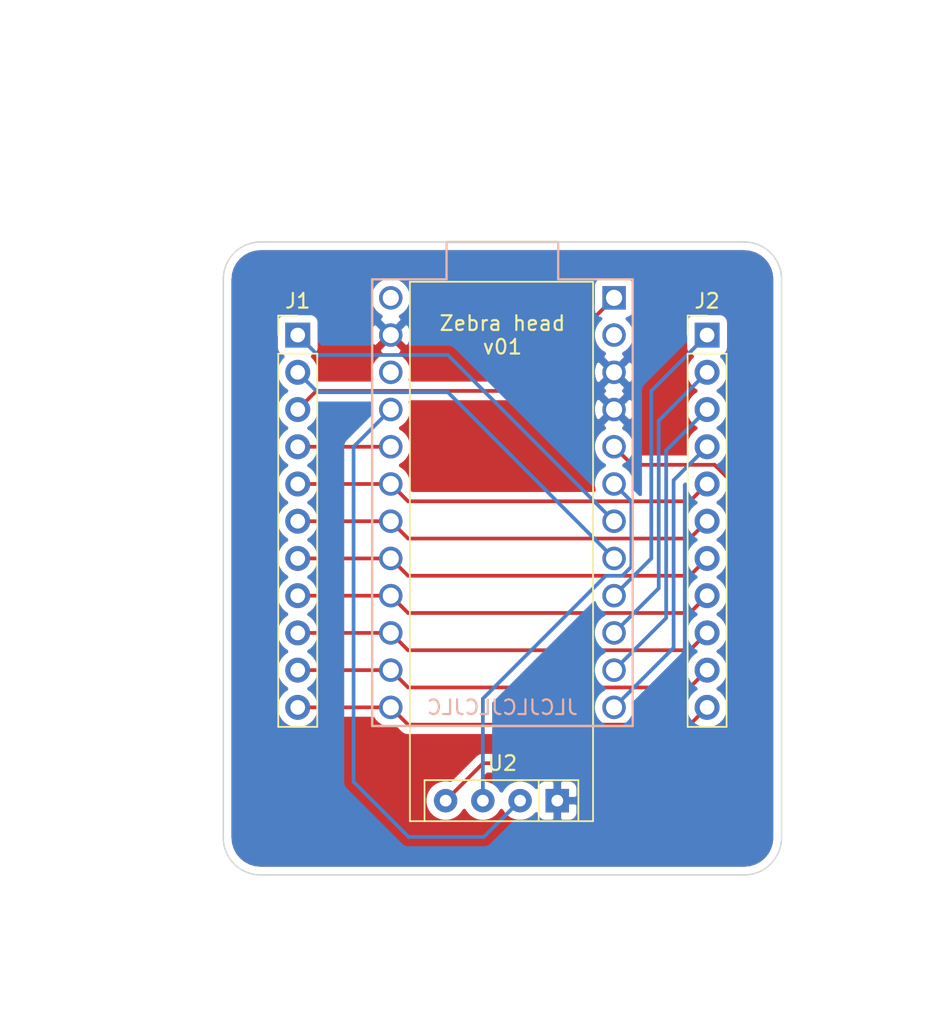
<source format=kicad_pcb>
(kicad_pcb (version 20171130) (host pcbnew "(5.1.8)-1")

  (general
    (thickness 1.6)
    (drawings 10)
    (tracks 70)
    (zones 0)
    (modules 4)
    (nets 23)
  )

  (page A4)
  (layers
    (0 F.Cu signal)
    (31 B.Cu signal)
    (32 B.Adhes user)
    (33 F.Adhes user)
    (34 B.Paste user)
    (35 F.Paste user)
    (36 B.SilkS user)
    (37 F.SilkS user)
    (38 B.Mask user)
    (39 F.Mask user)
    (40 Dwgs.User user)
    (41 Cmts.User user)
    (42 Eco1.User user)
    (43 Eco2.User user)
    (44 Edge.Cuts user)
    (45 Margin user)
    (46 B.CrtYd user)
    (47 F.CrtYd user)
    (48 B.Fab user)
    (49 F.Fab user)
  )

  (setup
    (last_trace_width 0.254)
    (user_trace_width 0.254)
    (user_trace_width 0.381)
    (trace_clearance 0.254)
    (zone_clearance 0.508)
    (zone_45_only no)
    (trace_min 0.254)
    (via_size 0.8)
    (via_drill 0.4)
    (via_min_size 0.4)
    (via_min_drill 0.3)
    (uvia_size 0.3)
    (uvia_drill 0.1)
    (uvias_allowed no)
    (uvia_min_size 0.2)
    (uvia_min_drill 0.1)
    (edge_width 0.1)
    (segment_width 0.2)
    (pcb_text_width 0.3)
    (pcb_text_size 1.5 1.5)
    (mod_edge_width 0.15)
    (mod_text_size 1 1)
    (mod_text_width 0.15)
    (pad_size 1.524 1.524)
    (pad_drill 0.762)
    (pad_to_mask_clearance 0)
    (aux_axis_origin 0 0)
    (visible_elements 7FFFFFFF)
    (pcbplotparams
      (layerselection 0x010fc_ffffffff)
      (usegerberextensions false)
      (usegerberattributes true)
      (usegerberadvancedattributes true)
      (creategerberjobfile true)
      (excludeedgelayer true)
      (linewidth 0.100000)
      (plotframeref false)
      (viasonmask false)
      (mode 1)
      (useauxorigin false)
      (hpglpennumber 1)
      (hpglpenspeed 20)
      (hpglpendiameter 15.000000)
      (psnegative false)
      (psa4output false)
      (plotreference true)
      (plotvalue false)
      (plotinvisibletext false)
      (padsonsilk false)
      (subtractmaskfromsilk false)
      (outputformat 1)
      (mirror false)
      (drillshape 0)
      (scaleselection 1)
      (outputdirectory "../Gerber/"))
  )

  (net 0 "")
  (net 1 "Net-(J1-Pad11)")
  (net 2 "Net-(J1-Pad10)")
  (net 3 "Net-(J1-Pad9)")
  (net 4 "Net-(J1-Pad8)")
  (net 5 "Net-(J1-Pad7)")
  (net 6 "Net-(J1-Pad6)")
  (net 7 "Net-(J1-Pad5)")
  (net 8 "Net-(J1-Pad4)")
  (net 9 "Net-(J1-Pad3)")
  (net 10 "Net-(J1-Pad2)")
  (net 11 "Net-(J1-Pad1)")
  (net 12 "Net-(J2-Pad4)")
  (net 13 "Net-(J2-Pad3)")
  (net 14 "Net-(J2-Pad2)")
  (net 15 "Net-(J2-Pad1)")
  (net 16 "Net-(U1-Pad2)")
  (net 17 GND)
  (net 18 "Net-(U1-Pad5)")
  (net 19 "Net-(U1-Pad6)")
  (net 20 VCC)
  (net 21 "Net-(U1-Pad22)")
  (net 22 "Net-(U1-Pad24)")

  (net_class Default "This is the default net class."
    (clearance 0.254)
    (trace_width 0.254)
    (via_dia 0.8)
    (via_drill 0.4)
    (uvia_dia 0.3)
    (uvia_drill 0.1)
    (diff_pair_width 0.254)
    (diff_pair_gap 0.254)
    (add_net GND)
    (add_net "Net-(J1-Pad1)")
    (add_net "Net-(J1-Pad10)")
    (add_net "Net-(J1-Pad11)")
    (add_net "Net-(J1-Pad2)")
    (add_net "Net-(J1-Pad3)")
    (add_net "Net-(J1-Pad4)")
    (add_net "Net-(J1-Pad5)")
    (add_net "Net-(J1-Pad6)")
    (add_net "Net-(J1-Pad7)")
    (add_net "Net-(J1-Pad8)")
    (add_net "Net-(J1-Pad9)")
    (add_net "Net-(J2-Pad1)")
    (add_net "Net-(J2-Pad2)")
    (add_net "Net-(J2-Pad3)")
    (add_net "Net-(J2-Pad4)")
    (add_net "Net-(U1-Pad2)")
    (add_net "Net-(U1-Pad22)")
    (add_net "Net-(U1-Pad24)")
    (add_net "Net-(U1-Pad5)")
    (add_net "Net-(U1-Pad6)")
    (add_net VCC)
  )

  (module promicro:ProMicro-DualFootprint (layer B.Cu) (tedit 5F9E2605) (tstamp 5FCC5287)
    (at 93.98 106.68 270)
    (descr "Pro Micro footprint")
    (tags "promicro ProMicro")
    (path /5FCC9219)
    (fp_text reference U1 (at 0 10.16 270) (layer B.SilkS) hide
      (effects (font (size 1 1) (thickness 0.15)) (justify mirror))
    )
    (fp_text value ProMicro (at 0 -10.16 270) (layer B.Fab)
      (effects (font (size 1 1) (thickness 0.15)) (justify mirror))
    )
    (fp_line (start 15.24 8.89) (end 15.24 -8.89) (layer B.SilkS) (width 0.15))
    (fp_line (start -15.24 8.89) (end 15.24 8.89) (layer B.SilkS) (width 0.15))
    (fp_line (start -15.24 3.81) (end -15.24 8.89) (layer B.SilkS) (width 0.15))
    (fp_line (start -17.78 3.81) (end -15.24 3.81) (layer B.SilkS) (width 0.15))
    (fp_line (start -17.78 -3.81) (end -17.78 3.81) (layer B.SilkS) (width 0.15))
    (fp_line (start -15.24 -3.81) (end -17.78 -3.81) (layer B.SilkS) (width 0.15))
    (fp_line (start -15.24 -8.89) (end -15.24 -3.81) (layer B.SilkS) (width 0.15))
    (fp_line (start -15.24 -8.89) (end 15.24 -8.89) (layer B.SilkS) (width 0.15))
    (fp_line (start 15.24 -8.89) (end 15.24 8.89) (layer F.SilkS) (width 0.15))
    (fp_line (start -15.24 -8.89) (end 15.24 -8.89) (layer F.SilkS) (width 0.15))
    (fp_line (start -15.24 -3.81) (end -15.24 -8.89) (layer F.SilkS) (width 0.15))
    (fp_line (start -17.78 -3.81) (end -15.24 -3.81) (layer F.SilkS) (width 0.15))
    (fp_line (start -17.78 3.81) (end -17.78 -3.81) (layer F.SilkS) (width 0.15))
    (fp_line (start -15.24 3.81) (end -17.78 3.81) (layer F.SilkS) (width 0.15))
    (fp_line (start -15.24 8.89) (end -15.24 3.81) (layer F.SilkS) (width 0.15))
    (fp_line (start -15.24 8.89) (end 15.24 8.89) (layer F.SilkS) (width 0.15))
    (pad 1 thru_hole rect (at -13.97 -7.62 270) (size 1.6 1.6) (drill 1.1) (layers *.Cu F.Mask)
      (net 9 "Net-(J1-Pad3)"))
    (pad 2 thru_hole circle (at -11.43 -7.62 270) (size 1.6 1.6) (drill 1.1) (layers *.Cu F.Mask)
      (net 16 "Net-(U1-Pad2)"))
    (pad 3 thru_hole circle (at -8.89 -7.62 270) (size 1.6 1.6) (drill 1.1) (layers *.Cu F.Mask)
      (net 17 GND))
    (pad 4 thru_hole circle (at -6.35 -7.62 270) (size 1.6 1.6) (drill 1.1) (layers *.Cu F.Mask)
      (net 17 GND))
    (pad 5 thru_hole circle (at -3.81 -7.62 270) (size 1.6 1.6) (drill 1.1) (layers *.Cu F.Mask)
      (net 18 "Net-(U1-Pad5)"))
    (pad 6 thru_hole circle (at -1.27 -7.62 270) (size 1.6 1.6) (drill 1.1) (layers *.Cu F.Mask)
      (net 19 "Net-(U1-Pad6)"))
    (pad 7 thru_hole circle (at 1.27 -7.62 270) (size 1.6 1.6) (drill 1.1) (layers *.Cu F.Mask)
      (net 11 "Net-(J1-Pad1)"))
    (pad 8 thru_hole circle (at 3.81 -7.62 270) (size 1.6 1.6) (drill 1.1) (layers *.Cu F.Mask)
      (net 10 "Net-(J1-Pad2)"))
    (pad 9 thru_hole circle (at 6.35 -7.62 270) (size 1.6 1.6) (drill 1.1) (layers *.Cu F.Mask)
      (net 15 "Net-(J2-Pad1)"))
    (pad 10 thru_hole circle (at 8.89 -7.62 270) (size 1.6 1.6) (drill 1.1) (layers *.Cu F.Mask)
      (net 14 "Net-(J2-Pad2)"))
    (pad 11 thru_hole circle (at 11.43 -7.62 270) (size 1.6 1.6) (drill 1.1) (layers *.Cu F.Mask)
      (net 13 "Net-(J2-Pad3)"))
    (pad 12 thru_hole circle (at 13.97 -7.62 270) (size 1.6 1.6) (drill 1.1) (layers *.Cu F.Mask)
      (net 12 "Net-(J2-Pad4)"))
    (pad 13 thru_hole circle (at 13.97 7.62 270) (size 1.6 1.6) (drill 1.1) (layers *.Cu F.Mask)
      (net 1 "Net-(J1-Pad11)"))
    (pad 14 thru_hole circle (at 11.43 7.62 270) (size 1.6 1.6) (drill 1.1) (layers *.Cu F.Mask)
      (net 2 "Net-(J1-Pad10)"))
    (pad 15 thru_hole circle (at 8.89 7.62 270) (size 1.6 1.6) (drill 1.1) (layers *.Cu F.Mask)
      (net 3 "Net-(J1-Pad9)"))
    (pad 16 thru_hole circle (at 6.35 7.62 270) (size 1.6 1.6) (drill 1.1) (layers *.Cu F.Mask)
      (net 4 "Net-(J1-Pad8)"))
    (pad 17 thru_hole circle (at 3.81 7.62 270) (size 1.6 1.6) (drill 1.1) (layers *.Cu F.Mask)
      (net 5 "Net-(J1-Pad7)"))
    (pad 18 thru_hole circle (at 1.27 7.62 270) (size 1.6 1.6) (drill 1.1) (layers *.Cu F.Mask)
      (net 6 "Net-(J1-Pad6)"))
    (pad 19 thru_hole circle (at -1.27 7.62 270) (size 1.6 1.6) (drill 1.1) (layers *.Cu F.Mask)
      (net 7 "Net-(J1-Pad5)"))
    (pad 20 thru_hole circle (at -3.81 7.62 270) (size 1.6 1.6) (drill 1.1) (layers *.Cu F.Mask)
      (net 8 "Net-(J1-Pad4)"))
    (pad 21 thru_hole circle (at -6.35 7.62 270) (size 1.6 1.6) (drill 1.1) (layers *.Cu F.Mask)
      (net 20 VCC))
    (pad 22 thru_hole circle (at -8.89 7.62 270) (size 1.6 1.6) (drill 1.1) (layers *.Cu F.Mask)
      (net 21 "Net-(U1-Pad22)"))
    (pad 23 thru_hole circle (at -11.43 7.62 270) (size 1.6 1.6) (drill 1.1) (layers *.Cu F.Mask)
      (net 17 GND))
    (pad 24 thru_hole circle (at -13.97 7.62 270) (size 1.6 1.6) (drill 1.1) (layers *.Cu F.Mask)
      (net 22 "Net-(U1-Pad24)"))
  )

  (module ssd1306:SSD1306 (layer F.Cu) (tedit 5FA4D426) (tstamp 5FA7929A)
    (at 93.726 112.014 90)
    (descr "OLED display")
    (tags U)
    (path /5FA7FAD8)
    (fp_text reference U2 (at -12.446 0.254) (layer F.SilkS)
      (effects (font (size 1 1) (thickness 0.15)))
    )
    (fp_text value ssd1306 (at -12.6 -1.08) (layer F.Fab)
      (effects (font (size 1 1) (thickness 0.15)))
    )
    (fp_line (start -13.6 5.44) (end -16.4 5.44) (layer F.SilkS) (width 0.12))
    (fp_line (start -16.4 -5.06) (end -13.6 -5.06) (layer F.SilkS) (width 0.12))
    (fp_line (start 20.4 6.44) (end 20.4 -6.06) (layer F.SilkS) (width 0.12))
    (fp_line (start -16.25 5.29) (end -13.75 5.29) (layer F.Fab) (width 0.1))
    (fp_line (start -13.75 5.29) (end -13.75 -4.91) (layer F.Fab) (width 0.1))
    (fp_line (start -13.75 -4.91) (end -16.25 -4.91) (layer F.Fab) (width 0.1))
    (fp_line (start -16.25 -4.91) (end -16.25 5.29) (layer F.Fab) (width 0.1))
    (fp_line (start -16.25 2.73) (end -13.75 2.73) (layer F.Fab) (width 0.1))
    (fp_line (start -16.4 6.44) (end 20.4 6.44) (layer F.SilkS) (width 0.12))
    (fp_line (start -13.6 5.44) (end -13.6 -5.06) (layer F.SilkS) (width 0.12))
    (fp_line (start 20.4 -6.06) (end -16.4 -6.06) (layer F.SilkS) (width 0.12))
    (fp_line (start -16.4 -6.06) (end -16.4 6.44) (layer F.SilkS) (width 0.12))
    (fp_line (start -16.4 2.73) (end -13.6 2.73) (layer F.SilkS) (width 0.12))
    (fp_line (start -16.65 6.7) (end 20.65 6.7) (layer F.CrtYd) (width 0.05))
    (fp_line (start 20.65 6.7) (end 20.65 -6.35) (layer F.CrtYd) (width 0.05))
    (fp_line (start 20.65 -6.35) (end -16.65 -6.35) (layer F.CrtYd) (width 0.05))
    (fp_line (start -16.65 -6.35) (end -16.65 6.7) (layer F.CrtYd) (width 0.05))
    (fp_text user %R (at -15 0.19) (layer F.Fab)
      (effects (font (size 1 1) (thickness 0.15)))
    )
    (pad 1 thru_hole rect (at -15 4 180) (size 1.6 1.6) (drill 0.8) (layers *.Cu *.Mask)
      (net 17 GND))
    (pad 2 thru_hole oval (at -15 1.46 180) (size 1.6 1.6) (drill 0.8) (layers *.Cu *.Mask)
      (net 20 VCC))
    (pad 3 thru_hole oval (at -15 -1.08 180) (size 1.6 1.6) (drill 0.8) (layers *.Cu *.Mask)
      (net 19 "Net-(U1-Pad6)"))
    (pad 4 thru_hole oval (at -15 -3.62 180) (size 1.6 1.6) (drill 0.8) (layers *.Cu *.Mask)
      (net 18 "Net-(U1-Pad5)"))
    (model ${KISYS3DMOD}/Resistor_THT.3dshapes/R_Array_SIP4.wrl
      (at (xyz 0 0 0))
      (scale (xyz 1 1 1))
      (rotate (xyz 0 0 0))
    )
  )

  (module Connector_PinHeader_2.54mm:PinHeader_1x11_P2.54mm_Vertical (layer F.Cu) (tedit 59FED5CC) (tstamp 5FA79254)
    (at 107.95 95.25)
    (descr "Through hole straight pin header, 1x11, 2.54mm pitch, single row")
    (tags "Through hole pin header THT 1x11 2.54mm single row")
    (path /5FA81425)
    (fp_text reference J2 (at 0 -2.33) (layer F.SilkS)
      (effects (font (size 1 1) (thickness 0.15)))
    )
    (fp_text value Conn_01x11 (at 0 27.73) (layer F.Fab)
      (effects (font (size 1 1) (thickness 0.15)))
    )
    (fp_line (start 1.8 -1.8) (end -1.8 -1.8) (layer F.CrtYd) (width 0.05))
    (fp_line (start 1.8 27.2) (end 1.8 -1.8) (layer F.CrtYd) (width 0.05))
    (fp_line (start -1.8 27.2) (end 1.8 27.2) (layer F.CrtYd) (width 0.05))
    (fp_line (start -1.8 -1.8) (end -1.8 27.2) (layer F.CrtYd) (width 0.05))
    (fp_line (start -1.33 -1.33) (end 0 -1.33) (layer F.SilkS) (width 0.12))
    (fp_line (start -1.33 0) (end -1.33 -1.33) (layer F.SilkS) (width 0.12))
    (fp_line (start -1.33 1.27) (end 1.33 1.27) (layer F.SilkS) (width 0.12))
    (fp_line (start 1.33 1.27) (end 1.33 26.73) (layer F.SilkS) (width 0.12))
    (fp_line (start -1.33 1.27) (end -1.33 26.73) (layer F.SilkS) (width 0.12))
    (fp_line (start -1.33 26.73) (end 1.33 26.73) (layer F.SilkS) (width 0.12))
    (fp_line (start -1.27 -0.635) (end -0.635 -1.27) (layer F.Fab) (width 0.1))
    (fp_line (start -1.27 26.67) (end -1.27 -0.635) (layer F.Fab) (width 0.1))
    (fp_line (start 1.27 26.67) (end -1.27 26.67) (layer F.Fab) (width 0.1))
    (fp_line (start 1.27 -1.27) (end 1.27 26.67) (layer F.Fab) (width 0.1))
    (fp_line (start -0.635 -1.27) (end 1.27 -1.27) (layer F.Fab) (width 0.1))
    (fp_text user %R (at 0 12.7 90) (layer F.Fab)
      (effects (font (size 1 1) (thickness 0.15)))
    )
    (pad 11 thru_hole oval (at 0 25.4) (size 1.7 1.7) (drill 1) (layers *.Cu *.Mask)
      (net 1 "Net-(J1-Pad11)"))
    (pad 10 thru_hole oval (at 0 22.86) (size 1.7 1.7) (drill 1) (layers *.Cu *.Mask)
      (net 2 "Net-(J1-Pad10)"))
    (pad 9 thru_hole oval (at 0 20.32) (size 1.7 1.7) (drill 1) (layers *.Cu *.Mask)
      (net 3 "Net-(J1-Pad9)"))
    (pad 8 thru_hole oval (at 0 17.78) (size 1.7 1.7) (drill 1) (layers *.Cu *.Mask)
      (net 4 "Net-(J1-Pad8)"))
    (pad 7 thru_hole oval (at 0 15.24) (size 1.7 1.7) (drill 1) (layers *.Cu *.Mask)
      (net 5 "Net-(J1-Pad7)"))
    (pad 6 thru_hole oval (at 0 12.7) (size 1.7 1.7) (drill 1) (layers *.Cu *.Mask)
      (net 6 "Net-(J1-Pad6)"))
    (pad 5 thru_hole oval (at 0 10.16) (size 1.7 1.7) (drill 1) (layers *.Cu *.Mask)
      (net 7 "Net-(J1-Pad5)"))
    (pad 4 thru_hole oval (at 0 7.62) (size 1.7 1.7) (drill 1) (layers *.Cu *.Mask)
      (net 12 "Net-(J2-Pad4)"))
    (pad 3 thru_hole oval (at 0 5.08) (size 1.7 1.7) (drill 1) (layers *.Cu *.Mask)
      (net 13 "Net-(J2-Pad3)"))
    (pad 2 thru_hole oval (at 0 2.54) (size 1.7 1.7) (drill 1) (layers *.Cu *.Mask)
      (net 14 "Net-(J2-Pad2)"))
    (pad 1 thru_hole rect (at 0 0) (size 1.7 1.7) (drill 1) (layers *.Cu *.Mask)
      (net 15 "Net-(J2-Pad1)"))
    (model ${KISYS3DMOD}/Connector_PinHeader_2.54mm.3dshapes/PinHeader_1x11_P2.54mm_Vertical.wrl
      (at (xyz 0 0 0))
      (scale (xyz 1 1 1))
      (rotate (xyz 0 0 0))
    )
  )

  (module Connector_PinHeader_2.54mm:PinHeader_1x11_P2.54mm_Vertical (layer F.Cu) (tedit 59FED5CC) (tstamp 5FA79235)
    (at 80.01 95.25)
    (descr "Through hole straight pin header, 1x11, 2.54mm pitch, single row")
    (tags "Through hole pin header THT 1x11 2.54mm single row")
    (path /5FA80232)
    (fp_text reference J1 (at 0 -2.33) (layer F.SilkS)
      (effects (font (size 1 1) (thickness 0.15)))
    )
    (fp_text value Conn_01x11 (at 0 27.73) (layer F.Fab)
      (effects (font (size 1 1) (thickness 0.15)))
    )
    (fp_line (start 1.8 -1.8) (end -1.8 -1.8) (layer F.CrtYd) (width 0.05))
    (fp_line (start 1.8 27.2) (end 1.8 -1.8) (layer F.CrtYd) (width 0.05))
    (fp_line (start -1.8 27.2) (end 1.8 27.2) (layer F.CrtYd) (width 0.05))
    (fp_line (start -1.8 -1.8) (end -1.8 27.2) (layer F.CrtYd) (width 0.05))
    (fp_line (start -1.33 -1.33) (end 0 -1.33) (layer F.SilkS) (width 0.12))
    (fp_line (start -1.33 0) (end -1.33 -1.33) (layer F.SilkS) (width 0.12))
    (fp_line (start -1.33 1.27) (end 1.33 1.27) (layer F.SilkS) (width 0.12))
    (fp_line (start 1.33 1.27) (end 1.33 26.73) (layer F.SilkS) (width 0.12))
    (fp_line (start -1.33 1.27) (end -1.33 26.73) (layer F.SilkS) (width 0.12))
    (fp_line (start -1.33 26.73) (end 1.33 26.73) (layer F.SilkS) (width 0.12))
    (fp_line (start -1.27 -0.635) (end -0.635 -1.27) (layer F.Fab) (width 0.1))
    (fp_line (start -1.27 26.67) (end -1.27 -0.635) (layer F.Fab) (width 0.1))
    (fp_line (start 1.27 26.67) (end -1.27 26.67) (layer F.Fab) (width 0.1))
    (fp_line (start 1.27 -1.27) (end 1.27 26.67) (layer F.Fab) (width 0.1))
    (fp_line (start -0.635 -1.27) (end 1.27 -1.27) (layer F.Fab) (width 0.1))
    (fp_text user %R (at 0 12.7 90) (layer F.Fab)
      (effects (font (size 1 1) (thickness 0.15)))
    )
    (pad 11 thru_hole oval (at 0 25.4) (size 1.7 1.7) (drill 1) (layers *.Cu *.Mask)
      (net 1 "Net-(J1-Pad11)"))
    (pad 10 thru_hole oval (at 0 22.86) (size 1.7 1.7) (drill 1) (layers *.Cu *.Mask)
      (net 2 "Net-(J1-Pad10)"))
    (pad 9 thru_hole oval (at 0 20.32) (size 1.7 1.7) (drill 1) (layers *.Cu *.Mask)
      (net 3 "Net-(J1-Pad9)"))
    (pad 8 thru_hole oval (at 0 17.78) (size 1.7 1.7) (drill 1) (layers *.Cu *.Mask)
      (net 4 "Net-(J1-Pad8)"))
    (pad 7 thru_hole oval (at 0 15.24) (size 1.7 1.7) (drill 1) (layers *.Cu *.Mask)
      (net 5 "Net-(J1-Pad7)"))
    (pad 6 thru_hole oval (at 0 12.7) (size 1.7 1.7) (drill 1) (layers *.Cu *.Mask)
      (net 6 "Net-(J1-Pad6)"))
    (pad 5 thru_hole oval (at 0 10.16) (size 1.7 1.7) (drill 1) (layers *.Cu *.Mask)
      (net 7 "Net-(J1-Pad5)"))
    (pad 4 thru_hole oval (at 0 7.62) (size 1.7 1.7) (drill 1) (layers *.Cu *.Mask)
      (net 8 "Net-(J1-Pad4)"))
    (pad 3 thru_hole oval (at 0 5.08) (size 1.7 1.7) (drill 1) (layers *.Cu *.Mask)
      (net 9 "Net-(J1-Pad3)"))
    (pad 2 thru_hole oval (at 0 2.54) (size 1.7 1.7) (drill 1) (layers *.Cu *.Mask)
      (net 10 "Net-(J1-Pad2)"))
    (pad 1 thru_hole rect (at 0 0) (size 1.7 1.7) (drill 1) (layers *.Cu *.Mask)
      (net 11 "Net-(J1-Pad1)"))
    (model ${KISYS3DMOD}/Connector_PinHeader_2.54mm.3dshapes/PinHeader_1x11_P2.54mm_Vertical.wrl
      (at (xyz 0 0 0))
      (scale (xyz 1 1 1))
      (rotate (xyz 0 0 0))
    )
  )

  (gr_text JLCJLCJLCJLC (at 93.98 120.65) (layer B.SilkS)
    (effects (font (size 1 1) (thickness 0.15)) (justify mirror))
  )
  (gr_text "Zebra head\nv01" (at 93.98 95.25) (layer F.SilkS)
    (effects (font (size 1 1) (thickness 0.15)))
  )
  (gr_arc (start 77.47 129.54) (end 74.93 129.54) (angle -90) (layer Edge.Cuts) (width 0.1))
  (gr_arc (start 77.47 91.44) (end 77.47 88.9) (angle -90) (layer Edge.Cuts) (width 0.1))
  (gr_arc (start 110.49 91.44) (end 113.03 91.44) (angle -90) (layer Edge.Cuts) (width 0.1))
  (gr_arc (start 110.49 129.54) (end 110.49 132.08) (angle -90) (layer Edge.Cuts) (width 0.1))
  (gr_line (start 74.93 129.54) (end 74.93 91.44) (layer Edge.Cuts) (width 0.1))
  (gr_line (start 110.49 132.08) (end 77.47 132.08) (layer Edge.Cuts) (width 0.1))
  (gr_line (start 113.03 91.44) (end 113.03 129.54) (layer Edge.Cuts) (width 0.1))
  (gr_line (start 77.47 88.9) (end 110.49 88.9) (layer Edge.Cuts) (width 0.1))

  (segment (start 80.01 120.65) (end 86.36 120.65) (width 0.254) (layer F.Cu) (net 1))
  (segment (start 87.541001 121.831001) (end 106.768999 121.831001) (width 0.254) (layer F.Cu) (net 1))
  (segment (start 106.768999 121.831001) (end 107.95 120.65) (width 0.254) (layer F.Cu) (net 1))
  (segment (start 86.36 120.65) (end 87.541001 121.831001) (width 0.254) (layer F.Cu) (net 1))
  (segment (start 80.01 118.11) (end 86.36 118.11) (width 0.254) (layer F.Cu) (net 2))
  (segment (start 106.768999 119.291001) (end 107.95 118.11) (width 0.254) (layer F.Cu) (net 2))
  (segment (start 87.541001 119.291001) (end 106.768999 119.291001) (width 0.254) (layer F.Cu) (net 2))
  (segment (start 86.36 118.11) (end 87.541001 119.291001) (width 0.254) (layer F.Cu) (net 2))
  (segment (start 80.01 115.57) (end 86.36 115.57) (width 0.254) (layer F.Cu) (net 3))
  (segment (start 106.768999 116.751001) (end 107.95 115.57) (width 0.254) (layer F.Cu) (net 3))
  (segment (start 87.541001 116.751001) (end 106.768999 116.751001) (width 0.254) (layer F.Cu) (net 3))
  (segment (start 86.36 115.57) (end 87.541001 116.751001) (width 0.254) (layer F.Cu) (net 3))
  (segment (start 80.01 113.03) (end 86.36 113.03) (width 0.254) (layer F.Cu) (net 4))
  (segment (start 106.768999 114.211001) (end 107.95 113.03) (width 0.254) (layer F.Cu) (net 4))
  (segment (start 87.541001 114.211001) (end 106.768999 114.211001) (width 0.254) (layer F.Cu) (net 4))
  (segment (start 86.36 113.03) (end 87.541001 114.211001) (width 0.254) (layer F.Cu) (net 4))
  (segment (start 80.01 110.49) (end 86.36 110.49) (width 0.254) (layer F.Cu) (net 5))
  (segment (start 106.768999 111.671001) (end 107.95 110.49) (width 0.254) (layer F.Cu) (net 5))
  (segment (start 87.541001 111.671001) (end 106.768999 111.671001) (width 0.254) (layer F.Cu) (net 5))
  (segment (start 86.36 110.49) (end 87.541001 111.671001) (width 0.254) (layer F.Cu) (net 5))
  (segment (start 80.01 107.95) (end 86.36 107.95) (width 0.254) (layer F.Cu) (net 6))
  (segment (start 106.768999 109.131001) (end 107.95 107.95) (width 0.254) (layer F.Cu) (net 6))
  (segment (start 87.541001 109.131001) (end 106.768999 109.131001) (width 0.254) (layer F.Cu) (net 6))
  (segment (start 86.36 107.95) (end 87.541001 109.131001) (width 0.254) (layer F.Cu) (net 6))
  (segment (start 80.01 105.41) (end 86.36 105.41) (width 0.254) (layer F.Cu) (net 7))
  (segment (start 106.768999 106.591001) (end 107.95 105.41) (width 0.254) (layer F.Cu) (net 7))
  (segment (start 87.541001 106.591001) (end 106.768999 106.591001) (width 0.254) (layer F.Cu) (net 7))
  (segment (start 86.36 105.41) (end 87.541001 106.591001) (width 0.254) (layer F.Cu) (net 7))
  (segment (start 80.01 102.87) (end 86.36 102.87) (width 0.254) (layer F.Cu) (net 8))
  (segment (start 95.25 99.06) (end 101.6 92.71) (width 0.254) (layer F.Cu) (net 9))
  (segment (start 81.28 99.06) (end 95.25 99.06) (width 0.254) (layer F.Cu) (net 9))
  (segment (start 80.01 100.33) (end 81.28 99.06) (width 0.254) (layer F.Cu) (net 9))
  (segment (start 81.368999 99.148999) (end 80.01 97.79) (width 0.254) (layer B.Cu) (net 10))
  (segment (start 90.258999 99.148999) (end 81.368999 99.148999) (width 0.254) (layer B.Cu) (net 10))
  (segment (start 101.6 110.49) (end 90.258999 99.148999) (width 0.254) (layer B.Cu) (net 10))
  (segment (start 81.368999 96.608999) (end 80.01 95.25) (width 0.254) (layer B.Cu) (net 11))
  (segment (start 90.258999 96.608999) (end 81.368999 96.608999) (width 0.254) (layer B.Cu) (net 11))
  (segment (start 101.6 107.95) (end 90.258999 96.608999) (width 0.254) (layer B.Cu) (net 11))
  (segment (start 105.66403 105.15597) (end 107.95 102.87) (width 0.254) (layer B.Cu) (net 12))
  (segment (start 105.66403 116.58597) (end 105.66403 105.15597) (width 0.254) (layer B.Cu) (net 12))
  (segment (start 101.6 120.65) (end 105.66403 116.58597) (width 0.254) (layer B.Cu) (net 12))
  (segment (start 105.15602 114.55398) (end 105.15602 103.12398) (width 0.254) (layer B.Cu) (net 13))
  (segment (start 105.15602 103.12398) (end 107.95 100.33) (width 0.254) (layer B.Cu) (net 13))
  (segment (start 101.6 118.11) (end 105.15602 114.55398) (width 0.254) (layer B.Cu) (net 13))
  (segment (start 104.64801 101.09199) (end 107.95 97.79) (width 0.254) (layer B.Cu) (net 14))
  (segment (start 104.64801 112.52199) (end 104.64801 101.09199) (width 0.254) (layer B.Cu) (net 14))
  (segment (start 101.6 115.57) (end 104.64801 112.52199) (width 0.254) (layer B.Cu) (net 14))
  (segment (start 101.6 113.03) (end 104.14 110.49) (width 0.254) (layer B.Cu) (net 15))
  (segment (start 104.14 99.06) (end 107.95 95.25) (width 0.254) (layer B.Cu) (net 15))
  (segment (start 104.14 110.49) (end 104.14 99.06) (width 0.254) (layer B.Cu) (net 15))
  (segment (start 92.66 124.46) (end 90.106 127.014) (width 0.254) (layer F.Cu) (net 18))
  (segment (start 109.22 124.46) (end 92.66 124.46) (width 0.254) (layer F.Cu) (net 18))
  (segment (start 110.49 123.19) (end 109.22 124.46) (width 0.254) (layer F.Cu) (net 18))
  (segment (start 110.49 106.128118) (end 110.49 123.19) (width 0.254) (layer F.Cu) (net 18))
  (segment (start 108.462883 104.101001) (end 110.49 106.128118) (width 0.254) (layer F.Cu) (net 18))
  (segment (start 102.831001 104.101001) (end 108.462883 104.101001) (width 0.254) (layer F.Cu) (net 18))
  (segment (start 101.6 102.87) (end 102.831001 104.101001) (width 0.254) (layer F.Cu) (net 18))
  (segment (start 102.781001 106.591001) (end 101.6 105.41) (width 0.254) (layer B.Cu) (net 19))
  (segment (start 102.781001 111.056881) (end 102.781001 106.591001) (width 0.254) (layer B.Cu) (net 19))
  (segment (start 102.166881 111.671001) (end 102.781001 111.056881) (width 0.254) (layer B.Cu) (net 19))
  (segment (start 101.033119 111.671001) (end 102.166881 111.671001) (width 0.254) (layer B.Cu) (net 19))
  (segment (start 102.781001 106.591001) (end 102.87 106.68) (width 0.254) (layer B.Cu) (net 19))
  (segment (start 92.646 120.05812) (end 93.01706 119.68706) (width 0.254) (layer B.Cu) (net 19))
  (segment (start 92.646 127.014) (end 92.646 120.05812) (width 0.254) (layer B.Cu) (net 19))
  (segment (start 93.01706 119.68706) (end 101.033119 111.671001) (width 0.254) (layer B.Cu) (net 19))
  (segment (start 83.82 102.87) (end 86.36 100.33) (width 0.254) (layer B.Cu) (net 20))
  (segment (start 83.82 125.73) (end 83.82 102.87) (width 0.254) (layer B.Cu) (net 20))
  (segment (start 87.58 129.49) (end 83.82 125.73) (width 0.254) (layer B.Cu) (net 20))
  (segment (start 92.71 129.49) (end 87.58 129.49) (width 0.254) (layer B.Cu) (net 20))
  (segment (start 95.186 127.014) (end 92.71 129.49) (width 0.254) (layer B.Cu) (net 20))

  (zone (net 17) (net_name GND) (layer F.Cu) (tstamp 5FCC5862) (hatch edge 0.508)
    (connect_pads (clearance 0.508))
    (min_thickness 0.254)
    (fill yes (arc_segments 32) (thermal_gap 0.508) (thermal_bridge_width 0.508))
    (polygon
      (pts
        (xy 124.46 142.24) (xy 60.96 140.97) (xy 62.23 73.66) (xy 124.46 73.66)
      )
    )
    (filled_polygon
      (pts
        (xy 110.849668 89.623551) (xy 111.195634 89.728004) (xy 111.514724 89.897667) (xy 111.794781 90.126076) (xy 112.025141 90.404534)
        (xy 112.197027 90.72243) (xy 112.303893 91.067658) (xy 112.345 91.458753) (xy 112.345001 129.506485) (xy 112.306449 129.899667)
        (xy 112.201996 130.245635) (xy 112.032333 130.564724) (xy 111.803924 130.844781) (xy 111.525466 131.075141) (xy 111.20757 131.247027)
        (xy 110.86234 131.353894) (xy 110.471238 131.395) (xy 77.503505 131.395) (xy 77.110333 131.356449) (xy 76.764365 131.251996)
        (xy 76.445276 131.082333) (xy 76.165219 130.853924) (xy 75.934859 130.575466) (xy 75.762973 130.25757) (xy 75.656106 129.91234)
        (xy 75.615 129.521238) (xy 75.615 94.4) (xy 78.521928 94.4) (xy 78.521928 96.1) (xy 78.534188 96.224482)
        (xy 78.570498 96.34418) (xy 78.629463 96.454494) (xy 78.708815 96.551185) (xy 78.805506 96.630537) (xy 78.91582 96.689502)
        (xy 78.98838 96.711513) (xy 78.856525 96.843368) (xy 78.69401 97.086589) (xy 78.582068 97.356842) (xy 78.525 97.64374)
        (xy 78.525 97.93626) (xy 78.582068 98.223158) (xy 78.69401 98.493411) (xy 78.856525 98.736632) (xy 79.063368 98.943475)
        (xy 79.23776 99.06) (xy 79.063368 99.176525) (xy 78.856525 99.383368) (xy 78.69401 99.626589) (xy 78.582068 99.896842)
        (xy 78.525 100.18374) (xy 78.525 100.47626) (xy 78.582068 100.763158) (xy 78.69401 101.033411) (xy 78.856525 101.276632)
        (xy 79.063368 101.483475) (xy 79.23776 101.6) (xy 79.063368 101.716525) (xy 78.856525 101.923368) (xy 78.69401 102.166589)
        (xy 78.582068 102.436842) (xy 78.525 102.72374) (xy 78.525 103.01626) (xy 78.582068 103.303158) (xy 78.69401 103.573411)
        (xy 78.856525 103.816632) (xy 79.063368 104.023475) (xy 79.23776 104.14) (xy 79.063368 104.256525) (xy 78.856525 104.463368)
        (xy 78.69401 104.706589) (xy 78.582068 104.976842) (xy 78.525 105.26374) (xy 78.525 105.55626) (xy 78.582068 105.843158)
        (xy 78.69401 106.113411) (xy 78.856525 106.356632) (xy 79.063368 106.563475) (xy 79.23776 106.68) (xy 79.063368 106.796525)
        (xy 78.856525 107.003368) (xy 78.69401 107.246589) (xy 78.582068 107.516842) (xy 78.525 107.80374) (xy 78.525 108.09626)
        (xy 78.582068 108.383158) (xy 78.69401 108.653411) (xy 78.856525 108.896632) (xy 79.063368 109.103475) (xy 79.23776 109.22)
        (xy 79.063368 109.336525) (xy 78.856525 109.543368) (xy 78.69401 109.786589) (xy 78.582068 110.056842) (xy 78.525 110.34374)
        (xy 78.525 110.63626) (xy 78.582068 110.923158) (xy 78.69401 111.193411) (xy 78.856525 111.436632) (xy 79.063368 111.643475)
        (xy 79.23776 111.76) (xy 79.063368 111.876525) (xy 78.856525 112.083368) (xy 78.69401 112.326589) (xy 78.582068 112.596842)
        (xy 78.525 112.88374) (xy 78.525 113.17626) (xy 78.582068 113.463158) (xy 78.69401 113.733411) (xy 78.856525 113.976632)
        (xy 79.063368 114.183475) (xy 79.23776 114.3) (xy 79.063368 114.416525) (xy 78.856525 114.623368) (xy 78.69401 114.866589)
        (xy 78.582068 115.136842) (xy 78.525 115.42374) (xy 78.525 115.71626) (xy 78.582068 116.003158) (xy 78.69401 116.273411)
        (xy 78.856525 116.516632) (xy 79.063368 116.723475) (xy 79.23776 116.84) (xy 79.063368 116.956525) (xy 78.856525 117.163368)
        (xy 78.69401 117.406589) (xy 78.582068 117.676842) (xy 78.525 117.96374) (xy 78.525 118.25626) (xy 78.582068 118.543158)
        (xy 78.69401 118.813411) (xy 78.856525 119.056632) (xy 79.063368 119.263475) (xy 79.23776 119.38) (xy 79.063368 119.496525)
        (xy 78.856525 119.703368) (xy 78.69401 119.946589) (xy 78.582068 120.216842) (xy 78.525 120.50374) (xy 78.525 120.79626)
        (xy 78.582068 121.083158) (xy 78.69401 121.353411) (xy 78.856525 121.596632) (xy 79.063368 121.803475) (xy 79.306589 121.96599)
        (xy 79.576842 122.077932) (xy 79.86374 122.135) (xy 80.15626 122.135) (xy 80.443158 122.077932) (xy 80.713411 121.96599)
        (xy 80.956632 121.803475) (xy 81.163475 121.596632) (xy 81.286842 121.412) (xy 85.143293 121.412) (xy 85.245363 121.564759)
        (xy 85.445241 121.764637) (xy 85.680273 121.92168) (xy 85.941426 122.029853) (xy 86.218665 122.085) (xy 86.501335 122.085)
        (xy 86.681527 122.049157) (xy 86.975717 122.343347) (xy 86.999579 122.372423) (xy 87.062809 122.424314) (xy 87.115608 122.467646)
        (xy 87.186365 122.505466) (xy 87.247986 122.538403) (xy 87.391623 122.581975) (xy 87.503575 122.593001) (xy 87.503578 122.593001)
        (xy 87.541001 122.596687) (xy 87.578424 122.593001) (xy 106.731576 122.593001) (xy 106.768999 122.596687) (xy 106.806422 122.593001)
        (xy 106.806425 122.593001) (xy 106.918377 122.581975) (xy 107.062014 122.538403) (xy 107.194391 122.467646) (xy 107.310421 122.372423)
        (xy 107.334283 122.343347) (xy 107.585951 122.091679) (xy 107.80374 122.135) (xy 108.09626 122.135) (xy 108.383158 122.077932)
        (xy 108.653411 121.96599) (xy 108.896632 121.803475) (xy 109.103475 121.596632) (xy 109.26599 121.353411) (xy 109.377932 121.083158)
        (xy 109.435 120.79626) (xy 109.435 120.50374) (xy 109.377932 120.216842) (xy 109.26599 119.946589) (xy 109.103475 119.703368)
        (xy 108.896632 119.496525) (xy 108.72224 119.38) (xy 108.896632 119.263475) (xy 109.103475 119.056632) (xy 109.26599 118.813411)
        (xy 109.377932 118.543158) (xy 109.435 118.25626) (xy 109.435 117.96374) (xy 109.377932 117.676842) (xy 109.26599 117.406589)
        (xy 109.103475 117.163368) (xy 108.896632 116.956525) (xy 108.72224 116.84) (xy 108.896632 116.723475) (xy 109.103475 116.516632)
        (xy 109.26599 116.273411) (xy 109.377932 116.003158) (xy 109.435 115.71626) (xy 109.435 115.42374) (xy 109.377932 115.136842)
        (xy 109.26599 114.866589) (xy 109.103475 114.623368) (xy 108.896632 114.416525) (xy 108.72224 114.3) (xy 108.896632 114.183475)
        (xy 109.103475 113.976632) (xy 109.26599 113.733411) (xy 109.377932 113.463158) (xy 109.435 113.17626) (xy 109.435 112.88374)
        (xy 109.377932 112.596842) (xy 109.26599 112.326589) (xy 109.103475 112.083368) (xy 108.896632 111.876525) (xy 108.72224 111.76)
        (xy 108.896632 111.643475) (xy 109.103475 111.436632) (xy 109.26599 111.193411) (xy 109.377932 110.923158) (xy 109.435 110.63626)
        (xy 109.435 110.34374) (xy 109.377932 110.056842) (xy 109.26599 109.786589) (xy 109.103475 109.543368) (xy 108.896632 109.336525)
        (xy 108.72224 109.22) (xy 108.896632 109.103475) (xy 109.103475 108.896632) (xy 109.26599 108.653411) (xy 109.377932 108.383158)
        (xy 109.435 108.09626) (xy 109.435 107.80374) (xy 109.377932 107.516842) (xy 109.26599 107.246589) (xy 109.103475 107.003368)
        (xy 108.896632 106.796525) (xy 108.72224 106.68) (xy 108.896632 106.563475) (xy 109.103475 106.356632) (xy 109.26599 106.113411)
        (xy 109.304556 106.020304) (xy 109.728 106.443749) (xy 109.728001 122.874368) (xy 108.90437 123.698) (xy 92.697422 123.698)
        (xy 92.659999 123.694314) (xy 92.622576 123.698) (xy 92.622574 123.698) (xy 92.510622 123.709026) (xy 92.366985 123.752598)
        (xy 92.234608 123.823355) (xy 92.118578 123.918578) (xy 92.094721 123.947648) (xy 90.427527 125.614843) (xy 90.247335 125.579)
        (xy 89.964665 125.579) (xy 89.687426 125.634147) (xy 89.426273 125.74232) (xy 89.191241 125.899363) (xy 88.991363 126.099241)
        (xy 88.83432 126.334273) (xy 88.726147 126.595426) (xy 88.671 126.872665) (xy 88.671 127.155335) (xy 88.726147 127.432574)
        (xy 88.83432 127.693727) (xy 88.991363 127.928759) (xy 89.191241 128.128637) (xy 89.426273 128.28568) (xy 89.687426 128.393853)
        (xy 89.964665 128.449) (xy 90.247335 128.449) (xy 90.524574 128.393853) (xy 90.785727 128.28568) (xy 91.020759 128.128637)
        (xy 91.220637 127.928759) (xy 91.376 127.696241) (xy 91.531363 127.928759) (xy 91.731241 128.128637) (xy 91.966273 128.28568)
        (xy 92.227426 128.393853) (xy 92.504665 128.449) (xy 92.787335 128.449) (xy 93.064574 128.393853) (xy 93.325727 128.28568)
        (xy 93.560759 128.128637) (xy 93.760637 127.928759) (xy 93.916 127.696241) (xy 94.071363 127.928759) (xy 94.271241 128.128637)
        (xy 94.506273 128.28568) (xy 94.767426 128.393853) (xy 95.044665 128.449) (xy 95.327335 128.449) (xy 95.604574 128.393853)
        (xy 95.865727 128.28568) (xy 96.100759 128.128637) (xy 96.299357 127.930039) (xy 96.300188 127.938482) (xy 96.336498 128.05818)
        (xy 96.395463 128.168494) (xy 96.474815 128.265185) (xy 96.571506 128.344537) (xy 96.68182 128.403502) (xy 96.801518 128.439812)
        (xy 96.926 128.452072) (xy 97.44025 128.449) (xy 97.599 128.29025) (xy 97.599 127.141) (xy 97.853 127.141)
        (xy 97.853 128.29025) (xy 98.01175 128.449) (xy 98.526 128.452072) (xy 98.650482 128.439812) (xy 98.77018 128.403502)
        (xy 98.880494 128.344537) (xy 98.977185 128.265185) (xy 99.056537 128.168494) (xy 99.115502 128.05818) (xy 99.151812 127.938482)
        (xy 99.164072 127.814) (xy 99.161 127.29975) (xy 99.00225 127.141) (xy 97.853 127.141) (xy 97.599 127.141)
        (xy 97.579 127.141) (xy 97.579 126.887) (xy 97.599 126.887) (xy 97.599 125.73775) (xy 97.853 125.73775)
        (xy 97.853 126.887) (xy 99.00225 126.887) (xy 99.161 126.72825) (xy 99.164072 126.214) (xy 99.151812 126.089518)
        (xy 99.115502 125.96982) (xy 99.056537 125.859506) (xy 98.977185 125.762815) (xy 98.880494 125.683463) (xy 98.77018 125.624498)
        (xy 98.650482 125.588188) (xy 98.526 125.575928) (xy 98.01175 125.579) (xy 97.853 125.73775) (xy 97.599 125.73775)
        (xy 97.44025 125.579) (xy 96.926 125.575928) (xy 96.801518 125.588188) (xy 96.68182 125.624498) (xy 96.571506 125.683463)
        (xy 96.474815 125.762815) (xy 96.395463 125.859506) (xy 96.336498 125.96982) (xy 96.300188 126.089518) (xy 96.299357 126.097961)
        (xy 96.100759 125.899363) (xy 95.865727 125.74232) (xy 95.604574 125.634147) (xy 95.327335 125.579) (xy 95.044665 125.579)
        (xy 94.767426 125.634147) (xy 94.506273 125.74232) (xy 94.271241 125.899363) (xy 94.071363 126.099241) (xy 93.916 126.331759)
        (xy 93.760637 126.099241) (xy 93.560759 125.899363) (xy 93.325727 125.74232) (xy 93.064574 125.634147) (xy 92.787335 125.579)
        (xy 92.618631 125.579) (xy 92.975631 125.222) (xy 109.182577 125.222) (xy 109.22 125.225686) (xy 109.257423 125.222)
        (xy 109.257426 125.222) (xy 109.369378 125.210974) (xy 109.513015 125.167402) (xy 109.645392 125.096645) (xy 109.761422 125.001422)
        (xy 109.785284 124.972346) (xy 111.002352 123.755279) (xy 111.031422 123.731422) (xy 111.126645 123.615392) (xy 111.197402 123.483015)
        (xy 111.240974 123.339378) (xy 111.252 123.227426) (xy 111.252 123.227424) (xy 111.255686 123.190001) (xy 111.252 123.152578)
        (xy 111.252 106.16554) (xy 111.255686 106.128117) (xy 111.250814 106.07865) (xy 111.240974 105.97874) (xy 111.197402 105.835103)
        (xy 111.126645 105.702726) (xy 111.031422 105.586696) (xy 111.002353 105.56284) (xy 109.164626 103.725114) (xy 109.26599 103.573411)
        (xy 109.377932 103.303158) (xy 109.435 103.01626) (xy 109.435 102.72374) (xy 109.377932 102.436842) (xy 109.26599 102.166589)
        (xy 109.103475 101.923368) (xy 108.896632 101.716525) (xy 108.72224 101.6) (xy 108.896632 101.483475) (xy 109.103475 101.276632)
        (xy 109.26599 101.033411) (xy 109.377932 100.763158) (xy 109.435 100.47626) (xy 109.435 100.18374) (xy 109.377932 99.896842)
        (xy 109.26599 99.626589) (xy 109.103475 99.383368) (xy 108.896632 99.176525) (xy 108.72224 99.06) (xy 108.896632 98.943475)
        (xy 109.103475 98.736632) (xy 109.26599 98.493411) (xy 109.377932 98.223158) (xy 109.435 97.93626) (xy 109.435 97.64374)
        (xy 109.377932 97.356842) (xy 109.26599 97.086589) (xy 109.103475 96.843368) (xy 108.97162 96.711513) (xy 109.04418 96.689502)
        (xy 109.154494 96.630537) (xy 109.251185 96.551185) (xy 109.330537 96.454494) (xy 109.389502 96.34418) (xy 109.425812 96.224482)
        (xy 109.438072 96.1) (xy 109.438072 94.4) (xy 109.425812 94.275518) (xy 109.389502 94.15582) (xy 109.330537 94.045506)
        (xy 109.251185 93.948815) (xy 109.154494 93.869463) (xy 109.04418 93.810498) (xy 108.924482 93.774188) (xy 108.8 93.761928)
        (xy 107.1 93.761928) (xy 106.975518 93.774188) (xy 106.85582 93.810498) (xy 106.745506 93.869463) (xy 106.648815 93.948815)
        (xy 106.569463 94.045506) (xy 106.510498 94.15582) (xy 106.474188 94.275518) (xy 106.461928 94.4) (xy 106.461928 96.1)
        (xy 106.474188 96.224482) (xy 106.510498 96.34418) (xy 106.569463 96.454494) (xy 106.648815 96.551185) (xy 106.745506 96.630537)
        (xy 106.85582 96.689502) (xy 106.92838 96.711513) (xy 106.796525 96.843368) (xy 106.63401 97.086589) (xy 106.522068 97.356842)
        (xy 106.465 97.64374) (xy 106.465 97.93626) (xy 106.522068 98.223158) (xy 106.63401 98.493411) (xy 106.796525 98.736632)
        (xy 107.003368 98.943475) (xy 107.17776 99.06) (xy 107.003368 99.176525) (xy 106.796525 99.383368) (xy 106.63401 99.626589)
        (xy 106.522068 99.896842) (xy 106.465 100.18374) (xy 106.465 100.47626) (xy 106.522068 100.763158) (xy 106.63401 101.033411)
        (xy 106.796525 101.276632) (xy 107.003368 101.483475) (xy 107.17776 101.6) (xy 107.003368 101.716525) (xy 106.796525 101.923368)
        (xy 106.63401 102.166589) (xy 106.522068 102.436842) (xy 106.465 102.72374) (xy 106.465 103.01626) (xy 106.522068 103.303158)
        (xy 106.536915 103.339001) (xy 103.146632 103.339001) (xy 102.999157 103.191527) (xy 103.035 103.011335) (xy 103.035 102.728665)
        (xy 102.979853 102.451426) (xy 102.87168 102.190273) (xy 102.714637 101.955241) (xy 102.514759 101.755363) (xy 102.280872 101.599085)
        (xy 102.341514 101.566671) (xy 102.413097 101.322702) (xy 101.6 100.509605) (xy 100.786903 101.322702) (xy 100.858486 101.566671)
        (xy 100.922992 101.597194) (xy 100.920273 101.59832) (xy 100.685241 101.755363) (xy 100.485363 101.955241) (xy 100.32832 102.190273)
        (xy 100.220147 102.451426) (xy 100.165 102.728665) (xy 100.165 103.011335) (xy 100.220147 103.288574) (xy 100.32832 103.549727)
        (xy 100.485363 103.784759) (xy 100.685241 103.984637) (xy 100.917759 104.14) (xy 100.685241 104.295363) (xy 100.485363 104.495241)
        (xy 100.32832 104.730273) (xy 100.220147 104.991426) (xy 100.165 105.268665) (xy 100.165 105.551335) (xy 100.220147 105.828574)
        (xy 100.220324 105.829001) (xy 87.856631 105.829001) (xy 87.759157 105.731527) (xy 87.795 105.551335) (xy 87.795 105.268665)
        (xy 87.739853 104.991426) (xy 87.63168 104.730273) (xy 87.474637 104.495241) (xy 87.274759 104.295363) (xy 87.042241 104.14)
        (xy 87.274759 103.984637) (xy 87.474637 103.784759) (xy 87.63168 103.549727) (xy 87.739853 103.288574) (xy 87.795 103.011335)
        (xy 87.795 102.728665) (xy 87.739853 102.451426) (xy 87.63168 102.190273) (xy 87.474637 101.955241) (xy 87.274759 101.755363)
        (xy 87.042241 101.6) (xy 87.274759 101.444637) (xy 87.474637 101.244759) (xy 87.63168 101.009727) (xy 87.739853 100.748574)
        (xy 87.795 100.471335) (xy 87.795 100.400512) (xy 100.159783 100.400512) (xy 100.201213 100.68013) (xy 100.296397 100.946292)
        (xy 100.363329 101.071514) (xy 100.607298 101.143097) (xy 101.420395 100.33) (xy 101.779605 100.33) (xy 102.592702 101.143097)
        (xy 102.836671 101.071514) (xy 102.957571 100.816004) (xy 103.0263 100.541816) (xy 103.040217 100.259488) (xy 102.998787 99.97987)
        (xy 102.903603 99.713708) (xy 102.836671 99.588486) (xy 102.592702 99.516903) (xy 101.779605 100.33) (xy 101.420395 100.33)
        (xy 100.607298 99.516903) (xy 100.363329 99.588486) (xy 100.242429 99.843996) (xy 100.1737 100.118184) (xy 100.159783 100.400512)
        (xy 87.795 100.400512) (xy 87.795 100.188665) (xy 87.739853 99.911426) (xy 87.702812 99.822) (xy 95.212577 99.822)
        (xy 95.25 99.825686) (xy 95.287423 99.822) (xy 95.287426 99.822) (xy 95.399378 99.810974) (xy 95.543015 99.767402)
        (xy 95.675392 99.696645) (xy 95.791422 99.601422) (xy 95.815284 99.572346) (xy 96.604928 98.782702) (xy 100.786903 98.782702)
        (xy 100.858486 99.026671) (xy 100.924636 99.057971) (xy 100.858486 99.093329) (xy 100.786903 99.337298) (xy 101.6 100.150395)
        (xy 102.413097 99.337298) (xy 102.341514 99.093329) (xy 102.275364 99.062029) (xy 102.341514 99.026671) (xy 102.413097 98.782702)
        (xy 101.6 97.969605) (xy 100.786903 98.782702) (xy 96.604928 98.782702) (xy 97.527118 97.860512) (xy 100.159783 97.860512)
        (xy 100.201213 98.14013) (xy 100.296397 98.406292) (xy 100.363329 98.531514) (xy 100.607298 98.603097) (xy 101.420395 97.79)
        (xy 101.779605 97.79) (xy 102.592702 98.603097) (xy 102.836671 98.531514) (xy 102.957571 98.276004) (xy 103.0263 98.001816)
        (xy 103.040217 97.719488) (xy 102.998787 97.43987) (xy 102.903603 97.173708) (xy 102.836671 97.048486) (xy 102.592702 96.976903)
        (xy 101.779605 97.79) (xy 101.420395 97.79) (xy 100.607298 96.976903) (xy 100.363329 97.048486) (xy 100.242429 97.303996)
        (xy 100.1737 97.578184) (xy 100.159783 97.860512) (xy 97.527118 97.860512) (xy 100.165 95.222631) (xy 100.165 95.391335)
        (xy 100.220147 95.668574) (xy 100.32832 95.929727) (xy 100.485363 96.164759) (xy 100.685241 96.364637) (xy 100.919128 96.520915)
        (xy 100.858486 96.553329) (xy 100.786903 96.797298) (xy 101.6 97.610395) (xy 102.413097 96.797298) (xy 102.341514 96.553329)
        (xy 102.277008 96.522806) (xy 102.279727 96.52168) (xy 102.514759 96.364637) (xy 102.714637 96.164759) (xy 102.87168 95.929727)
        (xy 102.979853 95.668574) (xy 103.035 95.391335) (xy 103.035 95.108665) (xy 102.979853 94.831426) (xy 102.87168 94.570273)
        (xy 102.714637 94.335241) (xy 102.516039 94.136643) (xy 102.524482 94.135812) (xy 102.64418 94.099502) (xy 102.754494 94.040537)
        (xy 102.851185 93.961185) (xy 102.930537 93.864494) (xy 102.989502 93.75418) (xy 103.025812 93.634482) (xy 103.038072 93.51)
        (xy 103.038072 91.91) (xy 103.025812 91.785518) (xy 102.989502 91.66582) (xy 102.930537 91.555506) (xy 102.851185 91.458815)
        (xy 102.754494 91.379463) (xy 102.64418 91.320498) (xy 102.524482 91.284188) (xy 102.4 91.271928) (xy 100.8 91.271928)
        (xy 100.675518 91.284188) (xy 100.55582 91.320498) (xy 100.445506 91.379463) (xy 100.348815 91.458815) (xy 100.269463 91.555506)
        (xy 100.210498 91.66582) (xy 100.174188 91.785518) (xy 100.161928 91.91) (xy 100.161928 93.070441) (xy 94.93437 98.298)
        (xy 87.702812 98.298) (xy 87.739853 98.208574) (xy 87.795 97.931335) (xy 87.795 97.648665) (xy 87.739853 97.371426)
        (xy 87.63168 97.110273) (xy 87.474637 96.875241) (xy 87.274759 96.675363) (xy 87.040872 96.519085) (xy 87.101514 96.486671)
        (xy 87.173097 96.242702) (xy 86.36 95.429605) (xy 85.546903 96.242702) (xy 85.618486 96.486671) (xy 85.682992 96.517194)
        (xy 85.680273 96.51832) (xy 85.445241 96.675363) (xy 85.245363 96.875241) (xy 85.08832 97.110273) (xy 84.980147 97.371426)
        (xy 84.925 97.648665) (xy 84.925 97.931335) (xy 84.980147 98.208574) (xy 85.017188 98.298) (xy 81.406932 98.298)
        (xy 81.437932 98.223158) (xy 81.495 97.93626) (xy 81.495 97.64374) (xy 81.437932 97.356842) (xy 81.32599 97.086589)
        (xy 81.163475 96.843368) (xy 81.03162 96.711513) (xy 81.10418 96.689502) (xy 81.214494 96.630537) (xy 81.311185 96.551185)
        (xy 81.390537 96.454494) (xy 81.449502 96.34418) (xy 81.485812 96.224482) (xy 81.498072 96.1) (xy 81.498072 95.320512)
        (xy 84.919783 95.320512) (xy 84.961213 95.60013) (xy 85.056397 95.866292) (xy 85.123329 95.991514) (xy 85.367298 96.063097)
        (xy 86.180395 95.25) (xy 86.539605 95.25) (xy 87.352702 96.063097) (xy 87.596671 95.991514) (xy 87.717571 95.736004)
        (xy 87.7863 95.461816) (xy 87.800217 95.179488) (xy 87.758787 94.89987) (xy 87.663603 94.633708) (xy 87.596671 94.508486)
        (xy 87.352702 94.436903) (xy 86.539605 95.25) (xy 86.180395 95.25) (xy 85.367298 94.436903) (xy 85.123329 94.508486)
        (xy 85.002429 94.763996) (xy 84.9337 95.038184) (xy 84.919783 95.320512) (xy 81.498072 95.320512) (xy 81.498072 94.4)
        (xy 81.485812 94.275518) (xy 81.449502 94.15582) (xy 81.390537 94.045506) (xy 81.311185 93.948815) (xy 81.214494 93.869463)
        (xy 81.10418 93.810498) (xy 80.984482 93.774188) (xy 80.86 93.761928) (xy 79.16 93.761928) (xy 79.035518 93.774188)
        (xy 78.91582 93.810498) (xy 78.805506 93.869463) (xy 78.708815 93.948815) (xy 78.629463 94.045506) (xy 78.570498 94.15582)
        (xy 78.534188 94.275518) (xy 78.521928 94.4) (xy 75.615 94.4) (xy 75.615 92.568665) (xy 84.925 92.568665)
        (xy 84.925 92.851335) (xy 84.980147 93.128574) (xy 85.08832 93.389727) (xy 85.245363 93.624759) (xy 85.445241 93.824637)
        (xy 85.679128 93.980915) (xy 85.618486 94.013329) (xy 85.546903 94.257298) (xy 86.36 95.070395) (xy 87.173097 94.257298)
        (xy 87.101514 94.013329) (xy 87.037008 93.982806) (xy 87.039727 93.98168) (xy 87.274759 93.824637) (xy 87.474637 93.624759)
        (xy 87.63168 93.389727) (xy 87.739853 93.128574) (xy 87.795 92.851335) (xy 87.795 92.568665) (xy 87.739853 92.291426)
        (xy 87.63168 92.030273) (xy 87.474637 91.795241) (xy 87.274759 91.595363) (xy 87.039727 91.43832) (xy 86.778574 91.330147)
        (xy 86.501335 91.275) (xy 86.218665 91.275) (xy 85.941426 91.330147) (xy 85.680273 91.43832) (xy 85.445241 91.595363)
        (xy 85.245363 91.795241) (xy 85.08832 92.030273) (xy 84.980147 92.291426) (xy 84.925 92.568665) (xy 75.615 92.568665)
        (xy 75.615 91.473504) (xy 75.653551 91.080332) (xy 75.758004 90.734366) (xy 75.927667 90.415276) (xy 76.156076 90.135219)
        (xy 76.434534 89.904859) (xy 76.75243 89.732973) (xy 77.097658 89.626107) (xy 77.488753 89.585) (xy 110.456496 89.585)
      )
    )
  )
  (zone (net 17) (net_name GND) (layer B.Cu) (tstamp 5FCC585F) (hatch edge 0.508)
    (connect_pads (clearance 0.508))
    (min_thickness 0.254)
    (fill yes (arc_segments 32) (thermal_gap 0.508) (thermal_bridge_width 0.508))
    (polygon
      (pts
        (xy 124.46 140.97) (xy 59.69 139.7) (xy 62.23 72.39) (xy 124.46 72.39)
      )
    )
    (filled_polygon
      (pts
        (xy 110.849668 89.623551) (xy 111.195634 89.728004) (xy 111.514724 89.897667) (xy 111.794781 90.126076) (xy 112.025141 90.404534)
        (xy 112.197027 90.72243) (xy 112.303893 91.067658) (xy 112.345 91.458753) (xy 112.345001 129.506485) (xy 112.306449 129.899667)
        (xy 112.201996 130.245635) (xy 112.032333 130.564724) (xy 111.803924 130.844781) (xy 111.525466 131.075141) (xy 111.20757 131.247027)
        (xy 110.86234 131.353894) (xy 110.471238 131.395) (xy 77.503505 131.395) (xy 77.110333 131.356449) (xy 76.764365 131.251996)
        (xy 76.445276 131.082333) (xy 76.165219 130.853924) (xy 75.934859 130.575466) (xy 75.762973 130.25757) (xy 75.656106 129.91234)
        (xy 75.615 129.521238) (xy 75.615 94.4) (xy 78.521928 94.4) (xy 78.521928 96.1) (xy 78.534188 96.224482)
        (xy 78.570498 96.34418) (xy 78.629463 96.454494) (xy 78.708815 96.551185) (xy 78.805506 96.630537) (xy 78.91582 96.689502)
        (xy 78.98838 96.711513) (xy 78.856525 96.843368) (xy 78.69401 97.086589) (xy 78.582068 97.356842) (xy 78.525 97.64374)
        (xy 78.525 97.93626) (xy 78.582068 98.223158) (xy 78.69401 98.493411) (xy 78.856525 98.736632) (xy 79.063368 98.943475)
        (xy 79.23776 99.06) (xy 79.063368 99.176525) (xy 78.856525 99.383368) (xy 78.69401 99.626589) (xy 78.582068 99.896842)
        (xy 78.525 100.18374) (xy 78.525 100.47626) (xy 78.582068 100.763158) (xy 78.69401 101.033411) (xy 78.856525 101.276632)
        (xy 79.063368 101.483475) (xy 79.23776 101.6) (xy 79.063368 101.716525) (xy 78.856525 101.923368) (xy 78.69401 102.166589)
        (xy 78.582068 102.436842) (xy 78.525 102.72374) (xy 78.525 103.01626) (xy 78.582068 103.303158) (xy 78.69401 103.573411)
        (xy 78.856525 103.816632) (xy 79.063368 104.023475) (xy 79.23776 104.14) (xy 79.063368 104.256525) (xy 78.856525 104.463368)
        (xy 78.69401 104.706589) (xy 78.582068 104.976842) (xy 78.525 105.26374) (xy 78.525 105.55626) (xy 78.582068 105.843158)
        (xy 78.69401 106.113411) (xy 78.856525 106.356632) (xy 79.063368 106.563475) (xy 79.23776 106.68) (xy 79.063368 106.796525)
        (xy 78.856525 107.003368) (xy 78.69401 107.246589) (xy 78.582068 107.516842) (xy 78.525 107.80374) (xy 78.525 108.09626)
        (xy 78.582068 108.383158) (xy 78.69401 108.653411) (xy 78.856525 108.896632) (xy 79.063368 109.103475) (xy 79.23776 109.22)
        (xy 79.063368 109.336525) (xy 78.856525 109.543368) (xy 78.69401 109.786589) (xy 78.582068 110.056842) (xy 78.525 110.34374)
        (xy 78.525 110.63626) (xy 78.582068 110.923158) (xy 78.69401 111.193411) (xy 78.856525 111.436632) (xy 79.063368 111.643475)
        (xy 79.23776 111.76) (xy 79.063368 111.876525) (xy 78.856525 112.083368) (xy 78.69401 112.326589) (xy 78.582068 112.596842)
        (xy 78.525 112.88374) (xy 78.525 113.17626) (xy 78.582068 113.463158) (xy 78.69401 113.733411) (xy 78.856525 113.976632)
        (xy 79.063368 114.183475) (xy 79.23776 114.3) (xy 79.063368 114.416525) (xy 78.856525 114.623368) (xy 78.69401 114.866589)
        (xy 78.582068 115.136842) (xy 78.525 115.42374) (xy 78.525 115.71626) (xy 78.582068 116.003158) (xy 78.69401 116.273411)
        (xy 78.856525 116.516632) (xy 79.063368 116.723475) (xy 79.23776 116.84) (xy 79.063368 116.956525) (xy 78.856525 117.163368)
        (xy 78.69401 117.406589) (xy 78.582068 117.676842) (xy 78.525 117.96374) (xy 78.525 118.25626) (xy 78.582068 118.543158)
        (xy 78.69401 118.813411) (xy 78.856525 119.056632) (xy 79.063368 119.263475) (xy 79.23776 119.38) (xy 79.063368 119.496525)
        (xy 78.856525 119.703368) (xy 78.69401 119.946589) (xy 78.582068 120.216842) (xy 78.525 120.50374) (xy 78.525 120.79626)
        (xy 78.582068 121.083158) (xy 78.69401 121.353411) (xy 78.856525 121.596632) (xy 79.063368 121.803475) (xy 79.306589 121.96599)
        (xy 79.576842 122.077932) (xy 79.86374 122.135) (xy 80.15626 122.135) (xy 80.443158 122.077932) (xy 80.713411 121.96599)
        (xy 80.956632 121.803475) (xy 81.163475 121.596632) (xy 81.32599 121.353411) (xy 81.437932 121.083158) (xy 81.495 120.79626)
        (xy 81.495 120.50374) (xy 81.437932 120.216842) (xy 81.32599 119.946589) (xy 81.163475 119.703368) (xy 80.956632 119.496525)
        (xy 80.78224 119.38) (xy 80.956632 119.263475) (xy 81.163475 119.056632) (xy 81.32599 118.813411) (xy 81.437932 118.543158)
        (xy 81.495 118.25626) (xy 81.495 117.96374) (xy 81.437932 117.676842) (xy 81.32599 117.406589) (xy 81.163475 117.163368)
        (xy 80.956632 116.956525) (xy 80.78224 116.84) (xy 80.956632 116.723475) (xy 81.163475 116.516632) (xy 81.32599 116.273411)
        (xy 81.437932 116.003158) (xy 81.495 115.71626) (xy 81.495 115.42374) (xy 81.437932 115.136842) (xy 81.32599 114.866589)
        (xy 81.163475 114.623368) (xy 80.956632 114.416525) (xy 80.78224 114.3) (xy 80.956632 114.183475) (xy 81.163475 113.976632)
        (xy 81.32599 113.733411) (xy 81.437932 113.463158) (xy 81.495 113.17626) (xy 81.495 112.88374) (xy 81.437932 112.596842)
        (xy 81.32599 112.326589) (xy 81.163475 112.083368) (xy 80.956632 111.876525) (xy 80.78224 111.76) (xy 80.956632 111.643475)
        (xy 81.163475 111.436632) (xy 81.32599 111.193411) (xy 81.437932 110.923158) (xy 81.495 110.63626) (xy 81.495 110.34374)
        (xy 81.437932 110.056842) (xy 81.32599 109.786589) (xy 81.163475 109.543368) (xy 80.956632 109.336525) (xy 80.78224 109.22)
        (xy 80.956632 109.103475) (xy 81.163475 108.896632) (xy 81.32599 108.653411) (xy 81.437932 108.383158) (xy 81.495 108.09626)
        (xy 81.495 107.80374) (xy 81.437932 107.516842) (xy 81.32599 107.246589) (xy 81.163475 107.003368) (xy 80.956632 106.796525)
        (xy 80.78224 106.68) (xy 80.956632 106.563475) (xy 81.163475 106.356632) (xy 81.32599 106.113411) (xy 81.437932 105.843158)
        (xy 81.495 105.55626) (xy 81.495 105.26374) (xy 81.437932 104.976842) (xy 81.32599 104.706589) (xy 81.163475 104.463368)
        (xy 80.956632 104.256525) (xy 80.78224 104.14) (xy 80.956632 104.023475) (xy 81.163475 103.816632) (xy 81.32599 103.573411)
        (xy 81.437932 103.303158) (xy 81.495 103.01626) (xy 81.495 102.72374) (xy 81.437932 102.436842) (xy 81.32599 102.166589)
        (xy 81.163475 101.923368) (xy 80.956632 101.716525) (xy 80.78224 101.6) (xy 80.956632 101.483475) (xy 81.163475 101.276632)
        (xy 81.32599 101.033411) (xy 81.437932 100.763158) (xy 81.495 100.47626) (xy 81.495 100.18374) (xy 81.440748 99.910999)
        (xy 84.980324 99.910999) (xy 84.980147 99.911426) (xy 84.925 100.188665) (xy 84.925 100.471335) (xy 84.960843 100.651527)
        (xy 83.307649 102.304721) (xy 83.278579 102.328578) (xy 83.254722 102.357648) (xy 83.254721 102.357649) (xy 83.183355 102.444608)
        (xy 83.112599 102.576985) (xy 83.069027 102.720622) (xy 83.054314 102.87) (xy 83.058001 102.907433) (xy 83.058 125.692577)
        (xy 83.054314 125.73) (xy 83.058 125.767423) (xy 83.058 125.767425) (xy 83.069026 125.879377) (xy 83.112598 126.023014)
        (xy 83.112599 126.023015) (xy 83.183355 126.155392) (xy 83.222983 126.203678) (xy 83.278578 126.271422) (xy 83.307654 126.295284)
        (xy 87.014721 130.002352) (xy 87.038578 130.031422) (xy 87.067648 130.055279) (xy 87.154607 130.126645) (xy 87.225364 130.164465)
        (xy 87.286985 130.197402) (xy 87.430622 130.240974) (xy 87.542574 130.252) (xy 87.542577 130.252) (xy 87.58 130.255686)
        (xy 87.617423 130.252) (xy 92.672577 130.252) (xy 92.71 130.255686) (xy 92.747423 130.252) (xy 92.747426 130.252)
        (xy 92.859378 130.240974) (xy 93.003015 130.197402) (xy 93.135392 130.126645) (xy 93.251422 130.031422) (xy 93.275284 130.002346)
        (xy 94.864473 128.413157) (xy 95.044665 128.449) (xy 95.327335 128.449) (xy 95.604574 128.393853) (xy 95.865727 128.28568)
        (xy 96.100759 128.128637) (xy 96.299357 127.930039) (xy 96.300188 127.938482) (xy 96.336498 128.05818) (xy 96.395463 128.168494)
        (xy 96.474815 128.265185) (xy 96.571506 128.344537) (xy 96.68182 128.403502) (xy 96.801518 128.439812) (xy 96.926 128.452072)
        (xy 97.44025 128.449) (xy 97.599 128.29025) (xy 97.599 127.141) (xy 97.853 127.141) (xy 97.853 128.29025)
        (xy 98.01175 128.449) (xy 98.526 128.452072) (xy 98.650482 128.439812) (xy 98.77018 128.403502) (xy 98.880494 128.344537)
        (xy 98.977185 128.265185) (xy 99.056537 128.168494) (xy 99.115502 128.05818) (xy 99.151812 127.938482) (xy 99.164072 127.814)
        (xy 99.161 127.29975) (xy 99.00225 127.141) (xy 97.853 127.141) (xy 97.599 127.141) (xy 97.579 127.141)
        (xy 97.579 126.887) (xy 97.599 126.887) (xy 97.599 125.73775) (xy 97.853 125.73775) (xy 97.853 126.887)
        (xy 99.00225 126.887) (xy 99.161 126.72825) (xy 99.164072 126.214) (xy 99.151812 126.089518) (xy 99.115502 125.96982)
        (xy 99.056537 125.859506) (xy 98.977185 125.762815) (xy 98.880494 125.683463) (xy 98.77018 125.624498) (xy 98.650482 125.588188)
        (xy 98.526 125.575928) (xy 98.01175 125.579) (xy 97.853 125.73775) (xy 97.599 125.73775) (xy 97.44025 125.579)
        (xy 96.926 125.575928) (xy 96.801518 125.588188) (xy 96.68182 125.624498) (xy 96.571506 125.683463) (xy 96.474815 125.762815)
        (xy 96.395463 125.859506) (xy 96.336498 125.96982) (xy 96.300188 126.089518) (xy 96.299357 126.097961) (xy 96.100759 125.899363)
        (xy 95.865727 125.74232) (xy 95.604574 125.634147) (xy 95.327335 125.579) (xy 95.044665 125.579) (xy 94.767426 125.634147)
        (xy 94.506273 125.74232) (xy 94.271241 125.899363) (xy 94.071363 126.099241) (xy 93.916 126.331759) (xy 93.760637 126.099241)
        (xy 93.560759 125.899363) (xy 93.408 125.797293) (xy 93.408 120.37375) (xy 93.582339 120.199411) (xy 100.253253 113.528498)
        (xy 100.32832 113.709727) (xy 100.485363 113.944759) (xy 100.685241 114.144637) (xy 100.917759 114.3) (xy 100.685241 114.455363)
        (xy 100.485363 114.655241) (xy 100.32832 114.890273) (xy 100.220147 115.151426) (xy 100.165 115.428665) (xy 100.165 115.711335)
        (xy 100.220147 115.988574) (xy 100.32832 116.249727) (xy 100.485363 116.484759) (xy 100.685241 116.684637) (xy 100.917759 116.84)
        (xy 100.685241 116.995363) (xy 100.485363 117.195241) (xy 100.32832 117.430273) (xy 100.220147 117.691426) (xy 100.165 117.968665)
        (xy 100.165 118.251335) (xy 100.220147 118.528574) (xy 100.32832 118.789727) (xy 100.485363 119.024759) (xy 100.685241 119.224637)
        (xy 100.917759 119.38) (xy 100.685241 119.535363) (xy 100.485363 119.735241) (xy 100.32832 119.970273) (xy 100.220147 120.231426)
        (xy 100.165 120.508665) (xy 100.165 120.791335) (xy 100.220147 121.068574) (xy 100.32832 121.329727) (xy 100.485363 121.564759)
        (xy 100.685241 121.764637) (xy 100.920273 121.92168) (xy 101.181426 122.029853) (xy 101.458665 122.085) (xy 101.741335 122.085)
        (xy 102.018574 122.029853) (xy 102.279727 121.92168) (xy 102.514759 121.764637) (xy 102.714637 121.564759) (xy 102.87168 121.329727)
        (xy 102.979853 121.068574) (xy 103.035 120.791335) (xy 103.035 120.508665) (xy 102.999157 120.328473) (xy 106.176383 117.151248)
        (xy 106.205452 117.127392) (xy 106.300675 117.011362) (xy 106.371432 116.878985) (xy 106.415004 116.735348) (xy 106.42603 116.623396)
        (xy 106.42603 116.623394) (xy 106.429716 116.585971) (xy 106.42603 116.548548) (xy 106.42603 105.4716) (xy 106.465 105.43263)
        (xy 106.465 105.55626) (xy 106.522068 105.843158) (xy 106.63401 106.113411) (xy 106.796525 106.356632) (xy 107.003368 106.563475)
        (xy 107.17776 106.68) (xy 107.003368 106.796525) (xy 106.796525 107.003368) (xy 106.63401 107.246589) (xy 106.522068 107.516842)
        (xy 106.465 107.80374) (xy 106.465 108.09626) (xy 106.522068 108.383158) (xy 106.63401 108.653411) (xy 106.796525 108.896632)
        (xy 107.003368 109.103475) (xy 107.17776 109.22) (xy 107.003368 109.336525) (xy 106.796525 109.543368) (xy 106.63401 109.786589)
        (xy 106.522068 110.056842) (xy 106.465 110.34374) (xy 106.465 110.63626) (xy 106.522068 110.923158) (xy 106.63401 111.193411)
        (xy 106.796525 111.436632) (xy 107.003368 111.643475) (xy 107.17776 111.76) (xy 107.003368 111.876525) (xy 106.796525 112.083368)
        (xy 106.63401 112.326589) (xy 106.522068 112.596842) (xy 106.465 112.88374) (xy 106.465 113.17626) (xy 106.522068 113.463158)
        (xy 106.63401 113.733411) (xy 106.796525 113.976632) (xy 107.003368 114.183475) (xy 107.17776 114.3) (xy 107.003368 114.416525)
        (xy 106.796525 114.623368) (xy 106.63401 114.866589) (xy 106.522068 115.136842) (xy 106.465 115.42374) (xy 106.465 115.71626)
        (xy 106.522068 116.003158) (xy 106.63401 116.273411) (xy 106.796525 116.516632) (xy 107.003368 116.723475) (xy 107.17776 116.84)
        (xy 107.003368 116.956525) (xy 106.796525 117.163368) (xy 106.63401 117.406589) (xy 106.522068 117.676842) (xy 106.465 117.96374)
        (xy 106.465 118.25626) (xy 106.522068 118.543158) (xy 106.63401 118.813411) (xy 106.796525 119.056632) (xy 107.003368 119.263475)
        (xy 107.17776 119.38) (xy 107.003368 119.496525) (xy 106.796525 119.703368) (xy 106.63401 119.946589) (xy 106.522068 120.216842)
        (xy 106.465 120.50374) (xy 106.465 120.79626) (xy 106.522068 121.083158) (xy 106.63401 121.353411) (xy 106.796525 121.596632)
        (xy 107.003368 121.803475) (xy 107.246589 121.96599) (xy 107.516842 122.077932) (xy 107.80374 122.135) (xy 108.09626 122.135)
        (xy 108.383158 122.077932) (xy 108.653411 121.96599) (xy 108.896632 121.803475) (xy 109.103475 121.596632) (xy 109.26599 121.353411)
        (xy 109.377932 121.083158) (xy 109.435 120.79626) (xy 109.435 120.50374) (xy 109.377932 120.216842) (xy 109.26599 119.946589)
        (xy 109.103475 119.703368) (xy 108.896632 119.496525) (xy 108.72224 119.38) (xy 108.896632 119.263475) (xy 109.103475 119.056632)
        (xy 109.26599 118.813411) (xy 109.377932 118.543158) (xy 109.435 118.25626) (xy 109.435 117.96374) (xy 109.377932 117.676842)
        (xy 109.26599 117.406589) (xy 109.103475 117.163368) (xy 108.896632 116.956525) (xy 108.72224 116.84) (xy 108.896632 116.723475)
        (xy 109.103475 116.516632) (xy 109.26599 116.273411) (xy 109.377932 116.003158) (xy 109.435 115.71626) (xy 109.435 115.42374)
        (xy 109.377932 115.136842) (xy 109.26599 114.866589) (xy 109.103475 114.623368) (xy 108.896632 114.416525) (xy 108.72224 114.3)
        (xy 108.896632 114.183475) (xy 109.103475 113.976632) (xy 109.26599 113.733411) (xy 109.377932 113.463158) (xy 109.435 113.17626)
        (xy 109.435 112.88374) (xy 109.377932 112.596842) (xy 109.26599 112.326589) (xy 109.103475 112.083368) (xy 108.896632 111.876525)
        (xy 108.72224 111.76) (xy 108.896632 111.643475) (xy 109.103475 111.436632) (xy 109.26599 111.193411) (xy 109.377932 110.923158)
        (xy 109.435 110.63626) (xy 109.435 110.34374) (xy 109.377932 110.056842) (xy 109.26599 109.786589) (xy 109.103475 109.543368)
        (xy 108.896632 109.336525) (xy 108.72224 109.22) (xy 108.896632 109.103475) (xy 109.103475 108.896632) (xy 109.26599 108.653411)
        (xy 109.377932 108.383158) (xy 109.435 108.09626) (xy 109.435 107.80374) (xy 109.377932 107.516842) (xy 109.26599 107.246589)
        (xy 109.103475 107.003368) (xy 108.896632 106.796525) (xy 108.72224 106.68) (xy 108.896632 106.563475) (xy 109.103475 106.356632)
        (xy 109.26599 106.113411) (xy 109.377932 105.843158) (xy 109.435 105.55626) (xy 109.435 105.26374) (xy 109.377932 104.976842)
        (xy 109.26599 104.706589) (xy 109.103475 104.463368) (xy 108.896632 104.256525) (xy 108.72224 104.14) (xy 108.896632 104.023475)
        (xy 109.103475 103.816632) (xy 109.26599 103.573411) (xy 109.377932 103.303158) (xy 109.435 103.01626) (xy 109.435 102.72374)
        (xy 109.377932 102.436842) (xy 109.26599 102.166589) (xy 109.103475 101.923368) (xy 108.896632 101.716525) (xy 108.72224 101.6)
        (xy 108.896632 101.483475) (xy 109.103475 101.276632) (xy 109.26599 101.033411) (xy 109.377932 100.763158) (xy 109.435 100.47626)
        (xy 109.435 100.18374) (xy 109.377932 99.896842) (xy 109.26599 99.626589) (xy 109.103475 99.383368) (xy 108.896632 99.176525)
        (xy 108.72224 99.06) (xy 108.896632 98.943475) (xy 109.103475 98.736632) (xy 109.26599 98.493411) (xy 109.377932 98.223158)
        (xy 109.435 97.93626) (xy 109.435 97.64374) (xy 109.377932 97.356842) (xy 109.26599 97.086589) (xy 109.103475 96.843368)
        (xy 108.97162 96.711513) (xy 109.04418 96.689502) (xy 109.154494 96.630537) (xy 109.251185 96.551185) (xy 109.330537 96.454494)
        (xy 109.389502 96.34418) (xy 109.425812 96.224482) (xy 109.438072 96.1) (xy 109.438072 94.4) (xy 109.425812 94.275518)
        (xy 109.389502 94.15582) (xy 109.330537 94.045506) (xy 109.251185 93.948815) (xy 109.154494 93.869463) (xy 109.04418 93.810498)
        (xy 108.924482 93.774188) (xy 108.8 93.761928) (xy 107.1 93.761928) (xy 106.975518 93.774188) (xy 106.85582 93.810498)
        (xy 106.745506 93.869463) (xy 106.648815 93.948815) (xy 106.569463 94.045506) (xy 106.510498 94.15582) (xy 106.474188 94.275518)
        (xy 106.461928 94.4) (xy 106.461928 95.660442) (xy 103.627649 98.494721) (xy 103.598579 98.518578) (xy 103.574722 98.547648)
        (xy 103.574721 98.547649) (xy 103.503355 98.634608) (xy 103.432599 98.766985) (xy 103.389027 98.910622) (xy 103.374314 99.06)
        (xy 103.378001 99.097433) (xy 103.378 106.110371) (xy 103.346287 106.078657) (xy 103.322423 106.049579) (xy 103.293347 106.025717)
        (xy 102.999157 105.731527) (xy 103.035 105.551335) (xy 103.035 105.268665) (xy 102.979853 104.991426) (xy 102.87168 104.730273)
        (xy 102.714637 104.495241) (xy 102.514759 104.295363) (xy 102.282241 104.14) (xy 102.514759 103.984637) (xy 102.714637 103.784759)
        (xy 102.87168 103.549727) (xy 102.979853 103.288574) (xy 103.035 103.011335) (xy 103.035 102.728665) (xy 102.979853 102.451426)
        (xy 102.87168 102.190273) (xy 102.714637 101.955241) (xy 102.514759 101.755363) (xy 102.280872 101.599085) (xy 102.341514 101.566671)
        (xy 102.413097 101.322702) (xy 101.6 100.509605) (xy 100.786903 101.322702) (xy 100.858486 101.566671) (xy 100.922992 101.597194)
        (xy 100.920273 101.59832) (xy 100.685241 101.755363) (xy 100.485363 101.955241) (xy 100.32832 102.190273) (xy 100.220147 102.451426)
        (xy 100.165 102.728665) (xy 100.165 103.011335) (xy 100.220147 103.288574) (xy 100.32832 103.549727) (xy 100.485363 103.784759)
        (xy 100.685241 103.984637) (xy 100.917759 104.14) (xy 100.685241 104.295363) (xy 100.485363 104.495241) (xy 100.32832 104.730273)
        (xy 100.220147 104.991426) (xy 100.165 105.268665) (xy 100.165 105.437369) (xy 95.128143 100.400512) (xy 100.159783 100.400512)
        (xy 100.201213 100.68013) (xy 100.296397 100.946292) (xy 100.363329 101.071514) (xy 100.607298 101.143097) (xy 101.420395 100.33)
        (xy 101.779605 100.33) (xy 102.592702 101.143097) (xy 102.836671 101.071514) (xy 102.957571 100.816004) (xy 103.0263 100.541816)
        (xy 103.040217 100.259488) (xy 102.998787 99.97987) (xy 102.903603 99.713708) (xy 102.836671 99.588486) (xy 102.592702 99.516903)
        (xy 101.779605 100.33) (xy 101.420395 100.33) (xy 100.607298 99.516903) (xy 100.363329 99.588486) (xy 100.242429 99.843996)
        (xy 100.1737 100.118184) (xy 100.159783 100.400512) (xy 95.128143 100.400512) (xy 93.510333 98.782702) (xy 100.786903 98.782702)
        (xy 100.858486 99.026671) (xy 100.924636 99.057971) (xy 100.858486 99.093329) (xy 100.786903 99.337298) (xy 101.6 100.150395)
        (xy 102.413097 99.337298) (xy 102.341514 99.093329) (xy 102.275364 99.062029) (xy 102.341514 99.026671) (xy 102.413097 98.782702)
        (xy 101.6 97.969605) (xy 100.786903 98.782702) (xy 93.510333 98.782702) (xy 92.588143 97.860512) (xy 100.159783 97.860512)
        (xy 100.201213 98.14013) (xy 100.296397 98.406292) (xy 100.363329 98.531514) (xy 100.607298 98.603097) (xy 101.420395 97.79)
        (xy 101.779605 97.79) (xy 102.592702 98.603097) (xy 102.836671 98.531514) (xy 102.957571 98.276004) (xy 103.0263 98.001816)
        (xy 103.040217 97.719488) (xy 102.998787 97.43987) (xy 102.903603 97.173708) (xy 102.836671 97.048486) (xy 102.592702 96.976903)
        (xy 101.779605 97.79) (xy 101.420395 97.79) (xy 100.607298 96.976903) (xy 100.363329 97.048486) (xy 100.242429 97.303996)
        (xy 100.1737 97.578184) (xy 100.159783 97.860512) (xy 92.588143 97.860512) (xy 90.824283 96.096653) (xy 90.800421 96.067577)
        (xy 90.684391 95.972354) (xy 90.552014 95.901597) (xy 90.408377 95.858025) (xy 90.296425 95.846999) (xy 90.296422 95.846999)
        (xy 90.258999 95.843313) (xy 90.221576 95.846999) (xy 87.665051 95.846999) (xy 87.717571 95.736004) (xy 87.7863 95.461816)
        (xy 87.800217 95.179488) (xy 87.758787 94.89987) (xy 87.663603 94.633708) (xy 87.596671 94.508486) (xy 87.352702 94.436903)
        (xy 86.539605 95.25) (xy 86.553748 95.264143) (xy 86.374143 95.443748) (xy 86.36 95.429605) (xy 86.345858 95.443748)
        (xy 86.166253 95.264143) (xy 86.180395 95.25) (xy 85.367298 94.436903) (xy 85.123329 94.508486) (xy 85.002429 94.763996)
        (xy 84.9337 95.038184) (xy 84.919783 95.320512) (xy 84.961213 95.60013) (xy 85.049497 95.846999) (xy 81.68463 95.846999)
        (xy 81.498072 95.660441) (xy 81.498072 94.4) (xy 81.485812 94.275518) (xy 81.449502 94.15582) (xy 81.390537 94.045506)
        (xy 81.311185 93.948815) (xy 81.214494 93.869463) (xy 81.10418 93.810498) (xy 80.984482 93.774188) (xy 80.86 93.761928)
        (xy 79.16 93.761928) (xy 79.035518 93.774188) (xy 78.91582 93.810498) (xy 78.805506 93.869463) (xy 78.708815 93.948815)
        (xy 78.629463 94.045506) (xy 78.570498 94.15582) (xy 78.534188 94.275518) (xy 78.521928 94.4) (xy 75.615 94.4)
        (xy 75.615 92.568665) (xy 84.925 92.568665) (xy 84.925 92.851335) (xy 84.980147 93.128574) (xy 85.08832 93.389727)
        (xy 85.245363 93.624759) (xy 85.445241 93.824637) (xy 85.679128 93.980915) (xy 85.618486 94.013329) (xy 85.546903 94.257298)
        (xy 86.36 95.070395) (xy 87.173097 94.257298) (xy 87.101514 94.013329) (xy 87.037008 93.982806) (xy 87.039727 93.98168)
        (xy 87.274759 93.824637) (xy 87.474637 93.624759) (xy 87.63168 93.389727) (xy 87.739853 93.128574) (xy 87.795 92.851335)
        (xy 87.795 92.568665) (xy 87.739853 92.291426) (xy 87.63168 92.030273) (xy 87.551317 91.91) (xy 100.161928 91.91)
        (xy 100.161928 93.51) (xy 100.174188 93.634482) (xy 100.210498 93.75418) (xy 100.269463 93.864494) (xy 100.348815 93.961185)
        (xy 100.445506 94.040537) (xy 100.55582 94.099502) (xy 100.675518 94.135812) (xy 100.683961 94.136643) (xy 100.485363 94.335241)
        (xy 100.32832 94.570273) (xy 100.220147 94.831426) (xy 100.165 95.108665) (xy 100.165 95.391335) (xy 100.220147 95.668574)
        (xy 100.32832 95.929727) (xy 100.485363 96.164759) (xy 100.685241 96.364637) (xy 100.919128 96.520915) (xy 100.858486 96.553329)
        (xy 100.786903 96.797298) (xy 101.6 97.610395) (xy 102.413097 96.797298) (xy 102.341514 96.553329) (xy 102.277008 96.522806)
        (xy 102.279727 96.52168) (xy 102.514759 96.364637) (xy 102.714637 96.164759) (xy 102.87168 95.929727) (xy 102.979853 95.668574)
        (xy 103.035 95.391335) (xy 103.035 95.108665) (xy 102.979853 94.831426) (xy 102.87168 94.570273) (xy 102.714637 94.335241)
        (xy 102.516039 94.136643) (xy 102.524482 94.135812) (xy 102.64418 94.099502) (xy 102.754494 94.040537) (xy 102.851185 93.961185)
        (xy 102.930537 93.864494) (xy 102.989502 93.75418) (xy 103.025812 93.634482) (xy 103.038072 93.51) (xy 103.038072 91.91)
        (xy 103.025812 91.785518) (xy 102.989502 91.66582) (xy 102.930537 91.555506) (xy 102.851185 91.458815) (xy 102.754494 91.379463)
        (xy 102.64418 91.320498) (xy 102.524482 91.284188) (xy 102.4 91.271928) (xy 100.8 91.271928) (xy 100.675518 91.284188)
        (xy 100.55582 91.320498) (xy 100.445506 91.379463) (xy 100.348815 91.458815) (xy 100.269463 91.555506) (xy 100.210498 91.66582)
        (xy 100.174188 91.785518) (xy 100.161928 91.91) (xy 87.551317 91.91) (xy 87.474637 91.795241) (xy 87.274759 91.595363)
        (xy 87.039727 91.43832) (xy 86.778574 91.330147) (xy 86.501335 91.275) (xy 86.218665 91.275) (xy 85.941426 91.330147)
        (xy 85.680273 91.43832) (xy 85.445241 91.595363) (xy 85.245363 91.795241) (xy 85.08832 92.030273) (xy 84.980147 92.291426)
        (xy 84.925 92.568665) (xy 75.615 92.568665) (xy 75.615 91.473504) (xy 75.653551 91.080332) (xy 75.758004 90.734366)
        (xy 75.927667 90.415276) (xy 76.156076 90.135219) (xy 76.434534 89.904859) (xy 76.75243 89.732973) (xy 77.097658 89.626107)
        (xy 77.488753 89.585) (xy 110.456496 89.585)
      )
    )
  )
)

</source>
